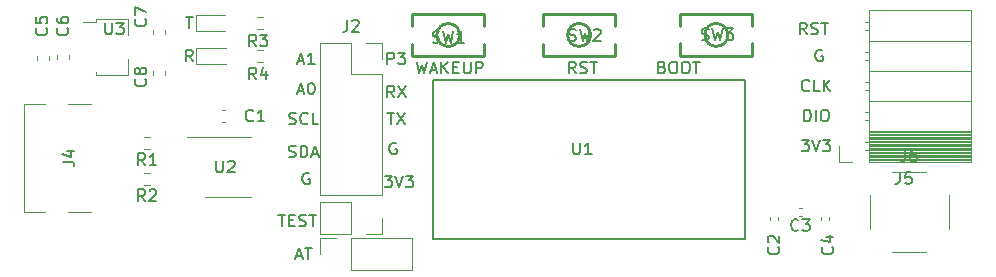
<source format=gbr>
%TF.GenerationSoftware,KiCad,Pcbnew,(5.1.9)-1*%
%TF.CreationDate,2021-02-24T20:28:46+08:00*%
%TF.ProjectId,M-HL10-kit,4d2d484c-3130-42d6-9b69-742e6b696361,rev?*%
%TF.SameCoordinates,Original*%
%TF.FileFunction,Legend,Top*%
%TF.FilePolarity,Positive*%
%FSLAX46Y46*%
G04 Gerber Fmt 4.6, Leading zero omitted, Abs format (unit mm)*
G04 Created by KiCad (PCBNEW (5.1.9)-1) date 2021-02-24 20:28:46*
%MOMM*%
%LPD*%
G01*
G04 APERTURE LIST*
%ADD10C,0.150000*%
%ADD11C,0.120000*%
%ADD12C,0.165000*%
%ADD13C,0.254000*%
G04 APERTURE END LIST*
D10*
X189904857Y-85526571D02*
X190047714Y-85574190D01*
X190095333Y-85621809D01*
X190142952Y-85717047D01*
X190142952Y-85859904D01*
X190095333Y-85955142D01*
X190047714Y-86002761D01*
X189952476Y-86050380D01*
X189571523Y-86050380D01*
X189571523Y-85050380D01*
X189904857Y-85050380D01*
X190000095Y-85098000D01*
X190047714Y-85145619D01*
X190095333Y-85240857D01*
X190095333Y-85336095D01*
X190047714Y-85431333D01*
X190000095Y-85478952D01*
X189904857Y-85526571D01*
X189571523Y-85526571D01*
X190762000Y-85050380D02*
X190952476Y-85050380D01*
X191047714Y-85098000D01*
X191142952Y-85193238D01*
X191190571Y-85383714D01*
X191190571Y-85717047D01*
X191142952Y-85907523D01*
X191047714Y-86002761D01*
X190952476Y-86050380D01*
X190762000Y-86050380D01*
X190666761Y-86002761D01*
X190571523Y-85907523D01*
X190523904Y-85717047D01*
X190523904Y-85383714D01*
X190571523Y-85193238D01*
X190666761Y-85098000D01*
X190762000Y-85050380D01*
X191809619Y-85050380D02*
X192000095Y-85050380D01*
X192095333Y-85098000D01*
X192190571Y-85193238D01*
X192238190Y-85383714D01*
X192238190Y-85717047D01*
X192190571Y-85907523D01*
X192095333Y-86002761D01*
X192000095Y-86050380D01*
X191809619Y-86050380D01*
X191714380Y-86002761D01*
X191619142Y-85907523D01*
X191571523Y-85717047D01*
X191571523Y-85383714D01*
X191619142Y-85193238D01*
X191714380Y-85098000D01*
X191809619Y-85050380D01*
X192523904Y-85050380D02*
X193095333Y-85050380D01*
X192809619Y-86050380D02*
X192809619Y-85050380D01*
X182586380Y-86050380D02*
X182253047Y-85574190D01*
X182014952Y-86050380D02*
X182014952Y-85050380D01*
X182395904Y-85050380D01*
X182491142Y-85098000D01*
X182538761Y-85145619D01*
X182586380Y-85240857D01*
X182586380Y-85383714D01*
X182538761Y-85478952D01*
X182491142Y-85526571D01*
X182395904Y-85574190D01*
X182014952Y-85574190D01*
X182967333Y-86002761D02*
X183110190Y-86050380D01*
X183348285Y-86050380D01*
X183443523Y-86002761D01*
X183491142Y-85955142D01*
X183538761Y-85859904D01*
X183538761Y-85764666D01*
X183491142Y-85669428D01*
X183443523Y-85621809D01*
X183348285Y-85574190D01*
X183157809Y-85526571D01*
X183062571Y-85478952D01*
X183014952Y-85431333D01*
X182967333Y-85336095D01*
X182967333Y-85240857D01*
X183014952Y-85145619D01*
X183062571Y-85098000D01*
X183157809Y-85050380D01*
X183395904Y-85050380D01*
X183538761Y-85098000D01*
X183824476Y-85050380D02*
X184395904Y-85050380D01*
X184110190Y-86050380D02*
X184110190Y-85050380D01*
X169124666Y-85050380D02*
X169362761Y-86050380D01*
X169553238Y-85336095D01*
X169743714Y-86050380D01*
X169981809Y-85050380D01*
X170315142Y-85764666D02*
X170791333Y-85764666D01*
X170219904Y-86050380D02*
X170553238Y-85050380D01*
X170886571Y-86050380D01*
X171219904Y-86050380D02*
X171219904Y-85050380D01*
X171791333Y-86050380D02*
X171362761Y-85478952D01*
X171791333Y-85050380D02*
X171219904Y-85621809D01*
X172219904Y-85526571D02*
X172553238Y-85526571D01*
X172696095Y-86050380D02*
X172219904Y-86050380D01*
X172219904Y-85050380D01*
X172696095Y-85050380D01*
X173124666Y-85050380D02*
X173124666Y-85859904D01*
X173172285Y-85955142D01*
X173219904Y-86002761D01*
X173315142Y-86050380D01*
X173505619Y-86050380D01*
X173600857Y-86002761D01*
X173648476Y-85955142D01*
X173696095Y-85859904D01*
X173696095Y-85050380D01*
X174172285Y-86050380D02*
X174172285Y-85050380D01*
X174553238Y-85050380D01*
X174648476Y-85098000D01*
X174696095Y-85145619D01*
X174743714Y-85240857D01*
X174743714Y-85383714D01*
X174696095Y-85478952D01*
X174648476Y-85526571D01*
X174553238Y-85574190D01*
X174172285Y-85574190D01*
X201707904Y-91654380D02*
X202326952Y-91654380D01*
X201993619Y-92035333D01*
X202136476Y-92035333D01*
X202231714Y-92082952D01*
X202279333Y-92130571D01*
X202326952Y-92225809D01*
X202326952Y-92463904D01*
X202279333Y-92559142D01*
X202231714Y-92606761D01*
X202136476Y-92654380D01*
X201850761Y-92654380D01*
X201755523Y-92606761D01*
X201707904Y-92559142D01*
X202612666Y-91654380D02*
X202946000Y-92654380D01*
X203279333Y-91654380D01*
X203517428Y-91654380D02*
X204136476Y-91654380D01*
X203803142Y-92035333D01*
X203946000Y-92035333D01*
X204041238Y-92082952D01*
X204088857Y-92130571D01*
X204136476Y-92225809D01*
X204136476Y-92463904D01*
X204088857Y-92559142D01*
X204041238Y-92606761D01*
X203946000Y-92654380D01*
X203660285Y-92654380D01*
X203565047Y-92606761D01*
X203517428Y-92559142D01*
X201922190Y-90114380D02*
X201922190Y-89114380D01*
X202160285Y-89114380D01*
X202303142Y-89162000D01*
X202398380Y-89257238D01*
X202446000Y-89352476D01*
X202493619Y-89542952D01*
X202493619Y-89685809D01*
X202446000Y-89876285D01*
X202398380Y-89971523D01*
X202303142Y-90066761D01*
X202160285Y-90114380D01*
X201922190Y-90114380D01*
X202922190Y-90114380D02*
X202922190Y-89114380D01*
X203588857Y-89114380D02*
X203779333Y-89114380D01*
X203874571Y-89162000D01*
X203969809Y-89257238D01*
X204017428Y-89447714D01*
X204017428Y-89781047D01*
X203969809Y-89971523D01*
X203874571Y-90066761D01*
X203779333Y-90114380D01*
X203588857Y-90114380D01*
X203493619Y-90066761D01*
X203398380Y-89971523D01*
X203350761Y-89781047D01*
X203350761Y-89447714D01*
X203398380Y-89257238D01*
X203493619Y-89162000D01*
X203588857Y-89114380D01*
X202350761Y-87479142D02*
X202303142Y-87526761D01*
X202160285Y-87574380D01*
X202065047Y-87574380D01*
X201922190Y-87526761D01*
X201826952Y-87431523D01*
X201779333Y-87336285D01*
X201731714Y-87145809D01*
X201731714Y-87002952D01*
X201779333Y-86812476D01*
X201826952Y-86717238D01*
X201922190Y-86622000D01*
X202065047Y-86574380D01*
X202160285Y-86574380D01*
X202303142Y-86622000D01*
X202350761Y-86669619D01*
X203255523Y-87574380D02*
X202779333Y-87574380D01*
X202779333Y-86574380D01*
X203588857Y-87574380D02*
X203588857Y-86574380D01*
X204160285Y-87574380D02*
X203731714Y-87002952D01*
X204160285Y-86574380D02*
X203588857Y-87145809D01*
X203461904Y-84082000D02*
X203366666Y-84034380D01*
X203223809Y-84034380D01*
X203080952Y-84082000D01*
X202985714Y-84177238D01*
X202938095Y-84272476D01*
X202890476Y-84462952D01*
X202890476Y-84605809D01*
X202938095Y-84796285D01*
X202985714Y-84891523D01*
X203080952Y-84986761D01*
X203223809Y-85034380D01*
X203319047Y-85034380D01*
X203461904Y-84986761D01*
X203509523Y-84939142D01*
X203509523Y-84605809D01*
X203319047Y-84605809D01*
X202144380Y-82748380D02*
X201811047Y-82272190D01*
X201572952Y-82748380D02*
X201572952Y-81748380D01*
X201953904Y-81748380D01*
X202049142Y-81796000D01*
X202096761Y-81843619D01*
X202144380Y-81938857D01*
X202144380Y-82081714D01*
X202096761Y-82176952D01*
X202049142Y-82224571D01*
X201953904Y-82272190D01*
X201572952Y-82272190D01*
X202525333Y-82700761D02*
X202668190Y-82748380D01*
X202906285Y-82748380D01*
X203001523Y-82700761D01*
X203049142Y-82653142D01*
X203096761Y-82557904D01*
X203096761Y-82462666D01*
X203049142Y-82367428D01*
X203001523Y-82319809D01*
X202906285Y-82272190D01*
X202715809Y-82224571D01*
X202620571Y-82176952D01*
X202572952Y-82129333D01*
X202525333Y-82034095D01*
X202525333Y-81938857D01*
X202572952Y-81843619D01*
X202620571Y-81796000D01*
X202715809Y-81748380D01*
X202953904Y-81748380D01*
X203096761Y-81796000D01*
X203382476Y-81748380D02*
X203953904Y-81748380D01*
X203668190Y-82748380D02*
X203668190Y-81748380D01*
X166647904Y-85288380D02*
X166647904Y-84288380D01*
X167028857Y-84288380D01*
X167124095Y-84336000D01*
X167171714Y-84383619D01*
X167219333Y-84478857D01*
X167219333Y-84621714D01*
X167171714Y-84716952D01*
X167124095Y-84764571D01*
X167028857Y-84812190D01*
X166647904Y-84812190D01*
X167552666Y-84288380D02*
X168171714Y-84288380D01*
X167838380Y-84669333D01*
X167981238Y-84669333D01*
X168076476Y-84716952D01*
X168124095Y-84764571D01*
X168171714Y-84859809D01*
X168171714Y-85097904D01*
X168124095Y-85193142D01*
X168076476Y-85240761D01*
X167981238Y-85288380D01*
X167695523Y-85288380D01*
X167600285Y-85240761D01*
X167552666Y-85193142D01*
X167219333Y-88082380D02*
X166886000Y-87606190D01*
X166647904Y-88082380D02*
X166647904Y-87082380D01*
X167028857Y-87082380D01*
X167124095Y-87130000D01*
X167171714Y-87177619D01*
X167219333Y-87272857D01*
X167219333Y-87415714D01*
X167171714Y-87510952D01*
X167124095Y-87558571D01*
X167028857Y-87606190D01*
X166647904Y-87606190D01*
X167552666Y-87082380D02*
X168219333Y-88082380D01*
X168219333Y-87082380D02*
X167552666Y-88082380D01*
X166624095Y-89368380D02*
X167195523Y-89368380D01*
X166909809Y-90368380D02*
X166909809Y-89368380D01*
X167433619Y-89368380D02*
X168100285Y-90368380D01*
X168100285Y-89368380D02*
X167433619Y-90368380D01*
X167393904Y-91956000D02*
X167298666Y-91908380D01*
X167155809Y-91908380D01*
X167012952Y-91956000D01*
X166917714Y-92051238D01*
X166870095Y-92146476D01*
X166822476Y-92336952D01*
X166822476Y-92479809D01*
X166870095Y-92670285D01*
X166917714Y-92765523D01*
X167012952Y-92860761D01*
X167155809Y-92908380D01*
X167251047Y-92908380D01*
X167393904Y-92860761D01*
X167441523Y-92813142D01*
X167441523Y-92479809D01*
X167251047Y-92479809D01*
X166401904Y-94702380D02*
X167020952Y-94702380D01*
X166687619Y-95083333D01*
X166830476Y-95083333D01*
X166925714Y-95130952D01*
X166973333Y-95178571D01*
X167020952Y-95273809D01*
X167020952Y-95511904D01*
X166973333Y-95607142D01*
X166925714Y-95654761D01*
X166830476Y-95702380D01*
X166544761Y-95702380D01*
X166449523Y-95654761D01*
X166401904Y-95607142D01*
X167306666Y-94702380D02*
X167640000Y-95702380D01*
X167973333Y-94702380D01*
X168211428Y-94702380D02*
X168830476Y-94702380D01*
X168497142Y-95083333D01*
X168640000Y-95083333D01*
X168735238Y-95130952D01*
X168782857Y-95178571D01*
X168830476Y-95273809D01*
X168830476Y-95511904D01*
X168782857Y-95607142D01*
X168735238Y-95654761D01*
X168640000Y-95702380D01*
X168354285Y-95702380D01*
X168259047Y-95654761D01*
X168211428Y-95607142D01*
X160027904Y-94496000D02*
X159932666Y-94448380D01*
X159789809Y-94448380D01*
X159646952Y-94496000D01*
X159551714Y-94591238D01*
X159504095Y-94686476D01*
X159456476Y-94876952D01*
X159456476Y-95019809D01*
X159504095Y-95210285D01*
X159551714Y-95305523D01*
X159646952Y-95400761D01*
X159789809Y-95448380D01*
X159885047Y-95448380D01*
X160027904Y-95400761D01*
X160075523Y-95353142D01*
X160075523Y-95019809D01*
X159885047Y-95019809D01*
X158297714Y-93114761D02*
X158440571Y-93162380D01*
X158678666Y-93162380D01*
X158773904Y-93114761D01*
X158821523Y-93067142D01*
X158869142Y-92971904D01*
X158869142Y-92876666D01*
X158821523Y-92781428D01*
X158773904Y-92733809D01*
X158678666Y-92686190D01*
X158488190Y-92638571D01*
X158392952Y-92590952D01*
X158345333Y-92543333D01*
X158297714Y-92448095D01*
X158297714Y-92352857D01*
X158345333Y-92257619D01*
X158392952Y-92210000D01*
X158488190Y-92162380D01*
X158726285Y-92162380D01*
X158869142Y-92210000D01*
X159297714Y-93162380D02*
X159297714Y-92162380D01*
X159535809Y-92162380D01*
X159678666Y-92210000D01*
X159773904Y-92305238D01*
X159821523Y-92400476D01*
X159869142Y-92590952D01*
X159869142Y-92733809D01*
X159821523Y-92924285D01*
X159773904Y-93019523D01*
X159678666Y-93114761D01*
X159535809Y-93162380D01*
X159297714Y-93162380D01*
X160250095Y-92876666D02*
X160726285Y-92876666D01*
X160154857Y-93162380D02*
X160488190Y-92162380D01*
X160821523Y-93162380D01*
X158321523Y-90320761D02*
X158464380Y-90368380D01*
X158702476Y-90368380D01*
X158797714Y-90320761D01*
X158845333Y-90273142D01*
X158892952Y-90177904D01*
X158892952Y-90082666D01*
X158845333Y-89987428D01*
X158797714Y-89939809D01*
X158702476Y-89892190D01*
X158512000Y-89844571D01*
X158416761Y-89796952D01*
X158369142Y-89749333D01*
X158321523Y-89654095D01*
X158321523Y-89558857D01*
X158369142Y-89463619D01*
X158416761Y-89416000D01*
X158512000Y-89368380D01*
X158750095Y-89368380D01*
X158892952Y-89416000D01*
X159892952Y-90273142D02*
X159845333Y-90320761D01*
X159702476Y-90368380D01*
X159607238Y-90368380D01*
X159464380Y-90320761D01*
X159369142Y-90225523D01*
X159321523Y-90130285D01*
X159273904Y-89939809D01*
X159273904Y-89796952D01*
X159321523Y-89606476D01*
X159369142Y-89511238D01*
X159464380Y-89416000D01*
X159607238Y-89368380D01*
X159702476Y-89368380D01*
X159845333Y-89416000D01*
X159892952Y-89463619D01*
X160797714Y-90368380D02*
X160321523Y-90368380D01*
X160321523Y-89368380D01*
X159051714Y-87542666D02*
X159527904Y-87542666D01*
X158956476Y-87828380D02*
X159289809Y-86828380D01*
X159623142Y-87828380D01*
X160146952Y-86828380D02*
X160242190Y-86828380D01*
X160337428Y-86876000D01*
X160385047Y-86923619D01*
X160432666Y-87018857D01*
X160480285Y-87209333D01*
X160480285Y-87447428D01*
X160432666Y-87637904D01*
X160385047Y-87733142D01*
X160337428Y-87780761D01*
X160242190Y-87828380D01*
X160146952Y-87828380D01*
X160051714Y-87780761D01*
X160004095Y-87733142D01*
X159956476Y-87637904D01*
X159908857Y-87447428D01*
X159908857Y-87209333D01*
X159956476Y-87018857D01*
X160004095Y-86923619D01*
X160051714Y-86876000D01*
X160146952Y-86828380D01*
X159051714Y-85002666D02*
X159527904Y-85002666D01*
X158956476Y-85288380D02*
X159289809Y-84288380D01*
X159623142Y-85288380D01*
X160480285Y-85288380D02*
X159908857Y-85288380D01*
X160194571Y-85288380D02*
X160194571Y-84288380D01*
X160099333Y-84431238D01*
X160004095Y-84526476D01*
X159908857Y-84574095D01*
D11*
%TO.C,J5*%
X205994000Y-93532000D02*
X204884000Y-93532000D01*
X204884000Y-93532000D02*
X204884000Y-92202000D01*
X216084000Y-93532000D02*
X216084000Y-80712000D01*
X216084000Y-80712000D02*
X207454000Y-80712000D01*
X207454000Y-93532000D02*
X207454000Y-80712000D01*
X216084000Y-93532000D02*
X207454000Y-93532000D01*
X216084000Y-83312000D02*
X207454000Y-83312000D01*
X216084000Y-85852000D02*
X207454000Y-85852000D01*
X216084000Y-88392000D02*
X207454000Y-88392000D01*
X216084000Y-90932000D02*
X207454000Y-90932000D01*
X207454000Y-81682000D02*
X207044000Y-81682000D01*
X207454000Y-82402000D02*
X207044000Y-82402000D01*
X207454000Y-84222000D02*
X207044000Y-84222000D01*
X207454000Y-84942000D02*
X207044000Y-84942000D01*
X207454000Y-86762000D02*
X207044000Y-86762000D01*
X207454000Y-87482000D02*
X207044000Y-87482000D01*
X207454000Y-89302000D02*
X207044000Y-89302000D01*
X207454000Y-90022000D02*
X207044000Y-90022000D01*
X207454000Y-91842000D02*
X207104000Y-91842000D01*
X207454000Y-92562000D02*
X207104000Y-92562000D01*
X216084000Y-91050100D02*
X207454000Y-91050100D01*
X216084000Y-91168195D02*
X207454000Y-91168195D01*
X216084000Y-91286290D02*
X207454000Y-91286290D01*
X216084000Y-91404385D02*
X207454000Y-91404385D01*
X216084000Y-91522480D02*
X207454000Y-91522480D01*
X216084000Y-91640575D02*
X207454000Y-91640575D01*
X216084000Y-91758670D02*
X207454000Y-91758670D01*
X216084000Y-91876765D02*
X207454000Y-91876765D01*
X216084000Y-91994860D02*
X207454000Y-91994860D01*
X216084000Y-92112955D02*
X207454000Y-92112955D01*
X216084000Y-92231050D02*
X207454000Y-92231050D01*
X216084000Y-92349145D02*
X207454000Y-92349145D01*
X216084000Y-92467240D02*
X207454000Y-92467240D01*
X216084000Y-92585335D02*
X207454000Y-92585335D01*
X216084000Y-92703430D02*
X207454000Y-92703430D01*
X216084000Y-92821525D02*
X207454000Y-92821525D01*
X216084000Y-92939620D02*
X207454000Y-92939620D01*
X216084000Y-93057715D02*
X207454000Y-93057715D01*
X216084000Y-93175810D02*
X207454000Y-93175810D01*
X216084000Y-93293905D02*
X207454000Y-93293905D01*
X216084000Y-93412000D02*
X207454000Y-93412000D01*
%TO.C,U3*%
X144700000Y-84870000D02*
X144700000Y-86180000D01*
X144700000Y-86180000D02*
X141980000Y-86180000D01*
X140840000Y-81690000D02*
X141980000Y-81690000D01*
X144700000Y-81460000D02*
X144700000Y-82770000D01*
X141980000Y-81460000D02*
X144700000Y-81460000D01*
X141980000Y-81460000D02*
X141980000Y-81690000D01*
X141980000Y-86180000D02*
X141980000Y-85950000D01*
%TO.C,U2*%
X153162000Y-96540000D02*
X155112000Y-96540000D01*
X153162000Y-96540000D02*
X151212000Y-96540000D01*
X153162000Y-91420000D02*
X155112000Y-91420000D01*
X153162000Y-91420000D02*
X149712000Y-91420000D01*
D12*
%TO.C,U1*%
X170488000Y-100060000D02*
X196904000Y-100060000D01*
X196904000Y-100060000D02*
X196904000Y-86630000D01*
X170488000Y-86630000D02*
X196904000Y-86630000D01*
X170488000Y-100060000D02*
X170488000Y-86630000D01*
D11*
%TO.C,R4*%
X156106724Y-85104500D02*
X155597276Y-85104500D01*
X156106724Y-84059500D02*
X155597276Y-84059500D01*
%TO.C,R3*%
X156106724Y-82310500D02*
X155597276Y-82310500D01*
X156106724Y-81265500D02*
X155597276Y-81265500D01*
%TO.C,R2*%
X146558724Y-95518500D02*
X146049276Y-95518500D01*
X146558724Y-94473500D02*
X146049276Y-94473500D01*
%TO.C,R1*%
X146558724Y-92470500D02*
X146049276Y-92470500D01*
X146558724Y-91425500D02*
X146049276Y-91425500D01*
%TO.C,J4*%
X141550000Y-88638000D02*
X139630000Y-88638000D01*
X139630000Y-97798000D02*
X141550000Y-97798000D01*
X137620000Y-97798000D02*
X135915000Y-97798000D01*
X135915000Y-88638000D02*
X137620000Y-88638000D01*
X135915000Y-97798000D02*
X135915000Y-88638000D01*
%TO.C,TEST*%
X163576000Y-96968000D02*
X163576000Y-99628000D01*
X163576000Y-96968000D02*
X160976000Y-96968000D01*
X160976000Y-96968000D02*
X160976000Y-99628000D01*
X163576000Y-99628000D02*
X160976000Y-99628000D01*
X166176000Y-99628000D02*
X164846000Y-99628000D01*
X166176000Y-98298000D02*
X166176000Y-99628000D01*
%TO.C,R*%
X152946000Y-83897000D02*
X150461000Y-83897000D01*
X150461000Y-83897000D02*
X150461000Y-85267000D01*
X150461000Y-85267000D02*
X152946000Y-85267000D01*
%TO.C,T*%
X152896000Y-81103000D02*
X150411000Y-81103000D01*
X150411000Y-81103000D02*
X150411000Y-82473000D01*
X150411000Y-82473000D02*
X152896000Y-82473000D01*
%TO.C,C8*%
X147830000Y-85859233D02*
X147830000Y-86151767D01*
X146810000Y-85859233D02*
X146810000Y-86151767D01*
%TO.C,C6*%
X138682000Y-84828767D02*
X138682000Y-84536233D01*
X139702000Y-84828767D02*
X139702000Y-84536233D01*
%TO.C,C4*%
X203348000Y-98473335D02*
X203348000Y-98241665D01*
X204068000Y-98473335D02*
X204068000Y-98241665D01*
%TO.C,C3*%
X201731835Y-98150000D02*
X201500165Y-98150000D01*
X201731835Y-97430000D02*
X201500165Y-97430000D01*
%TO.C,C2*%
X199030000Y-98473335D02*
X199030000Y-98241665D01*
X199750000Y-98473335D02*
X199750000Y-98241665D01*
%TO.C,C1*%
X152900267Y-90172000D02*
X152607733Y-90172000D01*
X152900267Y-89152000D02*
X152607733Y-89152000D01*
%TO.C,J2*%
X160976000Y-83506000D02*
X163576000Y-83506000D01*
X160976000Y-83506000D02*
X160976000Y-96326000D01*
X160976000Y-96326000D02*
X166176000Y-96326000D01*
X166176000Y-86106000D02*
X166176000Y-96326000D01*
X163576000Y-86106000D02*
X166176000Y-86106000D01*
X163576000Y-83506000D02*
X163576000Y-86106000D01*
X166176000Y-83506000D02*
X166176000Y-84836000D01*
X164846000Y-83506000D02*
X166176000Y-83506000D01*
%TO.C,AT*%
X160976000Y-101346000D02*
X160976000Y-100016000D01*
X160976000Y-100016000D02*
X162306000Y-100016000D01*
X163576000Y-100016000D02*
X168716000Y-100016000D01*
X168716000Y-102676000D02*
X168716000Y-100016000D01*
X163576000Y-102676000D02*
X168716000Y-102676000D01*
X163576000Y-102676000D02*
X163576000Y-100016000D01*
D13*
%TO.C,SW3*%
X195467232Y-82800000D02*
G75*
G03*
X195467232Y-82800000I-967232J0D01*
G01*
X191452000Y-81000004D02*
X191452000Y-82074855D01*
X194500000Y-81000004D02*
X191452000Y-81000004D01*
X197548000Y-84599996D02*
X197548000Y-83525145D01*
X194500000Y-84599996D02*
X197548000Y-84599996D01*
X191452000Y-84599996D02*
X191452000Y-83525145D01*
X194500000Y-84599996D02*
X191452000Y-84599996D01*
X197548000Y-81000004D02*
X197548000Y-82074855D01*
X194500000Y-81000004D02*
X197548000Y-81000004D01*
%TO.C,SW2*%
X183847232Y-82804000D02*
G75*
G03*
X183847232Y-82804000I-967232J0D01*
G01*
X179832000Y-81004004D02*
X179832000Y-82078855D01*
X182880000Y-81004004D02*
X179832000Y-81004004D01*
X185928000Y-84603996D02*
X185928000Y-83529145D01*
X182880000Y-84603996D02*
X185928000Y-84603996D01*
X179832000Y-84603996D02*
X179832000Y-83529145D01*
X182880000Y-84603996D02*
X179832000Y-84603996D01*
X185928000Y-81004004D02*
X185928000Y-82078855D01*
X182880000Y-81004004D02*
X185928000Y-81004004D01*
%TO.C,SW1*%
X172767232Y-82804000D02*
G75*
G03*
X172767232Y-82804000I-967232J0D01*
G01*
X168752000Y-81004004D02*
X168752000Y-82078855D01*
X171800000Y-81004004D02*
X168752000Y-81004004D01*
X174848000Y-84603996D02*
X174848000Y-83529145D01*
X171800000Y-84603996D02*
X174848000Y-84603996D01*
X168752000Y-84603996D02*
X168752000Y-83529145D01*
X171800000Y-84603996D02*
X168752000Y-84603996D01*
X174848000Y-81004004D02*
X174848000Y-82078855D01*
X171800000Y-81004004D02*
X174848000Y-81004004D01*
D11*
%TO.C,J6*%
X209370000Y-94435000D02*
X212270000Y-94435000D01*
X209370000Y-101145000D02*
X212270000Y-101145000D01*
X214175000Y-96340000D02*
X214175000Y-99240000D01*
X207465000Y-96340000D02*
X207465000Y-99240000D01*
%TO.C,C7*%
X147810000Y-82683767D02*
X147810000Y-82391233D01*
X146790000Y-82683767D02*
X146790000Y-82391233D01*
%TO.C,C5*%
X138010000Y-84883767D02*
X138010000Y-84591233D01*
X136990000Y-84883767D02*
X136990000Y-84591233D01*
%TO.C,J5*%
D10*
X210040666Y-94424380D02*
X210040666Y-95138666D01*
X209993047Y-95281523D01*
X209897809Y-95376761D01*
X209754952Y-95424380D01*
X209659714Y-95424380D01*
X210993047Y-94424380D02*
X210516857Y-94424380D01*
X210469238Y-94900571D01*
X210516857Y-94852952D01*
X210612095Y-94805333D01*
X210850190Y-94805333D01*
X210945428Y-94852952D01*
X210993047Y-94900571D01*
X211040666Y-94995809D01*
X211040666Y-95233904D01*
X210993047Y-95329142D01*
X210945428Y-95376761D01*
X210850190Y-95424380D01*
X210612095Y-95424380D01*
X210516857Y-95376761D01*
X210469238Y-95329142D01*
%TO.C,U3*%
X142747595Y-81748380D02*
X142747595Y-82557904D01*
X142795214Y-82653142D01*
X142842833Y-82700761D01*
X142938071Y-82748380D01*
X143128547Y-82748380D01*
X143223785Y-82700761D01*
X143271404Y-82653142D01*
X143319023Y-82557904D01*
X143319023Y-81748380D01*
X143699976Y-81748380D02*
X144319023Y-81748380D01*
X143985690Y-82129333D01*
X144128547Y-82129333D01*
X144223785Y-82176952D01*
X144271404Y-82224571D01*
X144319023Y-82319809D01*
X144319023Y-82557904D01*
X144271404Y-82653142D01*
X144223785Y-82700761D01*
X144128547Y-82748380D01*
X143842833Y-82748380D01*
X143747595Y-82700761D01*
X143699976Y-82653142D01*
%TO.C,U2*%
X152146095Y-93432380D02*
X152146095Y-94241904D01*
X152193714Y-94337142D01*
X152241333Y-94384761D01*
X152336571Y-94432380D01*
X152527047Y-94432380D01*
X152622285Y-94384761D01*
X152669904Y-94337142D01*
X152717523Y-94241904D01*
X152717523Y-93432380D01*
X153146095Y-93527619D02*
X153193714Y-93480000D01*
X153288952Y-93432380D01*
X153527047Y-93432380D01*
X153622285Y-93480000D01*
X153669904Y-93527619D01*
X153717523Y-93622857D01*
X153717523Y-93718095D01*
X153669904Y-93860952D01*
X153098476Y-94432380D01*
X153717523Y-94432380D01*
%TO.C,U1*%
X182372095Y-91908380D02*
X182372095Y-92717904D01*
X182419714Y-92813142D01*
X182467333Y-92860761D01*
X182562571Y-92908380D01*
X182753047Y-92908380D01*
X182848285Y-92860761D01*
X182895904Y-92813142D01*
X182943523Y-92717904D01*
X182943523Y-91908380D01*
X183943523Y-92908380D02*
X183372095Y-92908380D01*
X183657809Y-92908380D02*
X183657809Y-91908380D01*
X183562571Y-92051238D01*
X183467333Y-92146476D01*
X183372095Y-92194095D01*
%TO.C,R4*%
X155535333Y-86558380D02*
X155202000Y-86082190D01*
X154963904Y-86558380D02*
X154963904Y-85558380D01*
X155344857Y-85558380D01*
X155440095Y-85606000D01*
X155487714Y-85653619D01*
X155535333Y-85748857D01*
X155535333Y-85891714D01*
X155487714Y-85986952D01*
X155440095Y-86034571D01*
X155344857Y-86082190D01*
X154963904Y-86082190D01*
X156392476Y-85891714D02*
X156392476Y-86558380D01*
X156154380Y-85510761D02*
X155916285Y-86225047D01*
X156535333Y-86225047D01*
%TO.C,R3*%
X155535333Y-83764380D02*
X155202000Y-83288190D01*
X154963904Y-83764380D02*
X154963904Y-82764380D01*
X155344857Y-82764380D01*
X155440095Y-82812000D01*
X155487714Y-82859619D01*
X155535333Y-82954857D01*
X155535333Y-83097714D01*
X155487714Y-83192952D01*
X155440095Y-83240571D01*
X155344857Y-83288190D01*
X154963904Y-83288190D01*
X155868666Y-82764380D02*
X156487714Y-82764380D01*
X156154380Y-83145333D01*
X156297238Y-83145333D01*
X156392476Y-83192952D01*
X156440095Y-83240571D01*
X156487714Y-83335809D01*
X156487714Y-83573904D01*
X156440095Y-83669142D01*
X156392476Y-83716761D01*
X156297238Y-83764380D01*
X156011523Y-83764380D01*
X155916285Y-83716761D01*
X155868666Y-83669142D01*
%TO.C,R2*%
X146137333Y-96878380D02*
X145804000Y-96402190D01*
X145565904Y-96878380D02*
X145565904Y-95878380D01*
X145946857Y-95878380D01*
X146042095Y-95926000D01*
X146089714Y-95973619D01*
X146137333Y-96068857D01*
X146137333Y-96211714D01*
X146089714Y-96306952D01*
X146042095Y-96354571D01*
X145946857Y-96402190D01*
X145565904Y-96402190D01*
X146518285Y-95973619D02*
X146565904Y-95926000D01*
X146661142Y-95878380D01*
X146899238Y-95878380D01*
X146994476Y-95926000D01*
X147042095Y-95973619D01*
X147089714Y-96068857D01*
X147089714Y-96164095D01*
X147042095Y-96306952D01*
X146470666Y-96878380D01*
X147089714Y-96878380D01*
%TO.C,R1*%
X146137333Y-93830380D02*
X145804000Y-93354190D01*
X145565904Y-93830380D02*
X145565904Y-92830380D01*
X145946857Y-92830380D01*
X146042095Y-92878000D01*
X146089714Y-92925619D01*
X146137333Y-93020857D01*
X146137333Y-93163714D01*
X146089714Y-93258952D01*
X146042095Y-93306571D01*
X145946857Y-93354190D01*
X145565904Y-93354190D01*
X147089714Y-93830380D02*
X146518285Y-93830380D01*
X146804000Y-93830380D02*
X146804000Y-92830380D01*
X146708761Y-92973238D01*
X146613523Y-93068476D01*
X146518285Y-93116095D01*
%TO.C,J4*%
X139152380Y-93551333D02*
X139866666Y-93551333D01*
X140009523Y-93598952D01*
X140104761Y-93694190D01*
X140152380Y-93837047D01*
X140152380Y-93932285D01*
X139485714Y-92646571D02*
X140152380Y-92646571D01*
X139104761Y-92884666D02*
X139819047Y-93122761D01*
X139819047Y-92503714D01*
%TO.C,TEST*%
X157408761Y-98004380D02*
X157980190Y-98004380D01*
X157694476Y-99004380D02*
X157694476Y-98004380D01*
X158313523Y-98480571D02*
X158646857Y-98480571D01*
X158789714Y-99004380D02*
X158313523Y-99004380D01*
X158313523Y-98004380D01*
X158789714Y-98004380D01*
X159170666Y-98956761D02*
X159313523Y-99004380D01*
X159551619Y-99004380D01*
X159646857Y-98956761D01*
X159694476Y-98909142D01*
X159742095Y-98813904D01*
X159742095Y-98718666D01*
X159694476Y-98623428D01*
X159646857Y-98575809D01*
X159551619Y-98528190D01*
X159361142Y-98480571D01*
X159265904Y-98432952D01*
X159218285Y-98385333D01*
X159170666Y-98290095D01*
X159170666Y-98194857D01*
X159218285Y-98099619D01*
X159265904Y-98052000D01*
X159361142Y-98004380D01*
X159599238Y-98004380D01*
X159742095Y-98052000D01*
X160027809Y-98004380D02*
X160599238Y-98004380D01*
X160313523Y-99004380D02*
X160313523Y-98004380D01*
%TO.C,R*%
X150169523Y-85034380D02*
X149836190Y-84558190D01*
X149598095Y-85034380D02*
X149598095Y-84034380D01*
X149979047Y-84034380D01*
X150074285Y-84082000D01*
X150121904Y-84129619D01*
X150169523Y-84224857D01*
X150169523Y-84367714D01*
X150121904Y-84462952D01*
X150074285Y-84510571D01*
X149979047Y-84558190D01*
X149598095Y-84558190D01*
%TO.C,T*%
X149574785Y-81240380D02*
X150146214Y-81240380D01*
X149860500Y-82240380D02*
X149860500Y-81240380D01*
%TO.C,C8*%
X146153142Y-86526666D02*
X146200761Y-86574285D01*
X146248380Y-86717142D01*
X146248380Y-86812380D01*
X146200761Y-86955238D01*
X146105523Y-87050476D01*
X146010285Y-87098095D01*
X145819809Y-87145714D01*
X145676952Y-87145714D01*
X145486476Y-87098095D01*
X145391238Y-87050476D01*
X145296000Y-86955238D01*
X145248380Y-86812380D01*
X145248380Y-86717142D01*
X145296000Y-86574285D01*
X145343619Y-86526666D01*
X145676952Y-85955238D02*
X145629333Y-86050476D01*
X145581714Y-86098095D01*
X145486476Y-86145714D01*
X145438857Y-86145714D01*
X145343619Y-86098095D01*
X145296000Y-86050476D01*
X145248380Y-85955238D01*
X145248380Y-85764761D01*
X145296000Y-85669523D01*
X145343619Y-85621904D01*
X145438857Y-85574285D01*
X145486476Y-85574285D01*
X145581714Y-85621904D01*
X145629333Y-85669523D01*
X145676952Y-85764761D01*
X145676952Y-85955238D01*
X145724571Y-86050476D01*
X145772190Y-86098095D01*
X145867428Y-86145714D01*
X146057904Y-86145714D01*
X146153142Y-86098095D01*
X146200761Y-86050476D01*
X146248380Y-85955238D01*
X146248380Y-85764761D01*
X146200761Y-85669523D01*
X146153142Y-85621904D01*
X146057904Y-85574285D01*
X145867428Y-85574285D01*
X145772190Y-85621904D01*
X145724571Y-85669523D01*
X145676952Y-85764761D01*
%TO.C,C6*%
X139549142Y-82208666D02*
X139596761Y-82256285D01*
X139644380Y-82399142D01*
X139644380Y-82494380D01*
X139596761Y-82637238D01*
X139501523Y-82732476D01*
X139406285Y-82780095D01*
X139215809Y-82827714D01*
X139072952Y-82827714D01*
X138882476Y-82780095D01*
X138787238Y-82732476D01*
X138692000Y-82637238D01*
X138644380Y-82494380D01*
X138644380Y-82399142D01*
X138692000Y-82256285D01*
X138739619Y-82208666D01*
X138644380Y-81351523D02*
X138644380Y-81542000D01*
X138692000Y-81637238D01*
X138739619Y-81684857D01*
X138882476Y-81780095D01*
X139072952Y-81827714D01*
X139453904Y-81827714D01*
X139549142Y-81780095D01*
X139596761Y-81732476D01*
X139644380Y-81637238D01*
X139644380Y-81446761D01*
X139596761Y-81351523D01*
X139549142Y-81303904D01*
X139453904Y-81256285D01*
X139215809Y-81256285D01*
X139120571Y-81303904D01*
X139072952Y-81351523D01*
X139025333Y-81446761D01*
X139025333Y-81637238D01*
X139072952Y-81732476D01*
X139120571Y-81780095D01*
X139215809Y-81827714D01*
%TO.C,C4*%
X204319142Y-100750666D02*
X204366761Y-100798285D01*
X204414380Y-100941142D01*
X204414380Y-101036380D01*
X204366761Y-101179238D01*
X204271523Y-101274476D01*
X204176285Y-101322095D01*
X203985809Y-101369714D01*
X203842952Y-101369714D01*
X203652476Y-101322095D01*
X203557238Y-101274476D01*
X203462000Y-101179238D01*
X203414380Y-101036380D01*
X203414380Y-100941142D01*
X203462000Y-100798285D01*
X203509619Y-100750666D01*
X203747714Y-99893523D02*
X204414380Y-99893523D01*
X203366761Y-100131619D02*
X204081047Y-100369714D01*
X204081047Y-99750666D01*
%TO.C,C3*%
X201449333Y-99307142D02*
X201401714Y-99354761D01*
X201258857Y-99402380D01*
X201163619Y-99402380D01*
X201020761Y-99354761D01*
X200925523Y-99259523D01*
X200877904Y-99164285D01*
X200830285Y-98973809D01*
X200830285Y-98830952D01*
X200877904Y-98640476D01*
X200925523Y-98545238D01*
X201020761Y-98450000D01*
X201163619Y-98402380D01*
X201258857Y-98402380D01*
X201401714Y-98450000D01*
X201449333Y-98497619D01*
X201782666Y-98402380D02*
X202401714Y-98402380D01*
X202068380Y-98783333D01*
X202211238Y-98783333D01*
X202306476Y-98830952D01*
X202354095Y-98878571D01*
X202401714Y-98973809D01*
X202401714Y-99211904D01*
X202354095Y-99307142D01*
X202306476Y-99354761D01*
X202211238Y-99402380D01*
X201925523Y-99402380D01*
X201830285Y-99354761D01*
X201782666Y-99307142D01*
%TO.C,C2*%
X199747142Y-100750666D02*
X199794761Y-100798285D01*
X199842380Y-100941142D01*
X199842380Y-101036380D01*
X199794761Y-101179238D01*
X199699523Y-101274476D01*
X199604285Y-101322095D01*
X199413809Y-101369714D01*
X199270952Y-101369714D01*
X199080476Y-101322095D01*
X198985238Y-101274476D01*
X198890000Y-101179238D01*
X198842380Y-101036380D01*
X198842380Y-100941142D01*
X198890000Y-100798285D01*
X198937619Y-100750666D01*
X198937619Y-100369714D02*
X198890000Y-100322095D01*
X198842380Y-100226857D01*
X198842380Y-99988761D01*
X198890000Y-99893523D01*
X198937619Y-99845904D01*
X199032857Y-99798285D01*
X199128095Y-99798285D01*
X199270952Y-99845904D01*
X199842380Y-100417333D01*
X199842380Y-99798285D01*
%TO.C,C1*%
X155280833Y-90019142D02*
X155233214Y-90066761D01*
X155090357Y-90114380D01*
X154995119Y-90114380D01*
X154852261Y-90066761D01*
X154757023Y-89971523D01*
X154709404Y-89876285D01*
X154661785Y-89685809D01*
X154661785Y-89542952D01*
X154709404Y-89352476D01*
X154757023Y-89257238D01*
X154852261Y-89162000D01*
X154995119Y-89114380D01*
X155090357Y-89114380D01*
X155233214Y-89162000D01*
X155280833Y-89209619D01*
X156233214Y-90114380D02*
X155661785Y-90114380D01*
X155947500Y-90114380D02*
X155947500Y-89114380D01*
X155852261Y-89257238D01*
X155757023Y-89352476D01*
X155661785Y-89400095D01*
%TO.C,J2*%
X163242666Y-81518380D02*
X163242666Y-82232666D01*
X163195047Y-82375523D01*
X163099809Y-82470761D01*
X162956952Y-82518380D01*
X162861714Y-82518380D01*
X163671238Y-81613619D02*
X163718857Y-81566000D01*
X163814095Y-81518380D01*
X164052190Y-81518380D01*
X164147428Y-81566000D01*
X164195047Y-81613619D01*
X164242666Y-81708857D01*
X164242666Y-81804095D01*
X164195047Y-81946952D01*
X163623619Y-82518380D01*
X164242666Y-82518380D01*
%TO.C,AT*%
X158916952Y-101512666D02*
X159393142Y-101512666D01*
X158821714Y-101798380D02*
X159155047Y-100798380D01*
X159488380Y-101798380D01*
X159678857Y-100798380D02*
X160250285Y-100798380D01*
X159964571Y-101798380D02*
X159964571Y-100798380D01*
%TO.C,SW3*%
X193266666Y-83204761D02*
X193409523Y-83252380D01*
X193647619Y-83252380D01*
X193742857Y-83204761D01*
X193790476Y-83157142D01*
X193838095Y-83061904D01*
X193838095Y-82966666D01*
X193790476Y-82871428D01*
X193742857Y-82823809D01*
X193647619Y-82776190D01*
X193457142Y-82728571D01*
X193361904Y-82680952D01*
X193314285Y-82633333D01*
X193266666Y-82538095D01*
X193266666Y-82442857D01*
X193314285Y-82347619D01*
X193361904Y-82300000D01*
X193457142Y-82252380D01*
X193695238Y-82252380D01*
X193838095Y-82300000D01*
X194171428Y-82252380D02*
X194409523Y-83252380D01*
X194600000Y-82538095D01*
X194790476Y-83252380D01*
X195028571Y-82252380D01*
X195314285Y-82252380D02*
X195933333Y-82252380D01*
X195600000Y-82633333D01*
X195742857Y-82633333D01*
X195838095Y-82680952D01*
X195885714Y-82728571D01*
X195933333Y-82823809D01*
X195933333Y-83061904D01*
X195885714Y-83157142D01*
X195838095Y-83204761D01*
X195742857Y-83252380D01*
X195457142Y-83252380D01*
X195361904Y-83204761D01*
X195314285Y-83157142D01*
%TO.C,SW2*%
X182026666Y-83266761D02*
X182169523Y-83314380D01*
X182407619Y-83314380D01*
X182502857Y-83266761D01*
X182550476Y-83219142D01*
X182598095Y-83123904D01*
X182598095Y-83028666D01*
X182550476Y-82933428D01*
X182502857Y-82885809D01*
X182407619Y-82838190D01*
X182217142Y-82790571D01*
X182121904Y-82742952D01*
X182074285Y-82695333D01*
X182026666Y-82600095D01*
X182026666Y-82504857D01*
X182074285Y-82409619D01*
X182121904Y-82362000D01*
X182217142Y-82314380D01*
X182455238Y-82314380D01*
X182598095Y-82362000D01*
X182931428Y-82314380D02*
X183169523Y-83314380D01*
X183360000Y-82600095D01*
X183550476Y-83314380D01*
X183788571Y-82314380D01*
X184121904Y-82409619D02*
X184169523Y-82362000D01*
X184264761Y-82314380D01*
X184502857Y-82314380D01*
X184598095Y-82362000D01*
X184645714Y-82409619D01*
X184693333Y-82504857D01*
X184693333Y-82600095D01*
X184645714Y-82742952D01*
X184074285Y-83314380D01*
X184693333Y-83314380D01*
%TO.C,SW1*%
X170466666Y-83420761D02*
X170609523Y-83468380D01*
X170847619Y-83468380D01*
X170942857Y-83420761D01*
X170990476Y-83373142D01*
X171038095Y-83277904D01*
X171038095Y-83182666D01*
X170990476Y-83087428D01*
X170942857Y-83039809D01*
X170847619Y-82992190D01*
X170657142Y-82944571D01*
X170561904Y-82896952D01*
X170514285Y-82849333D01*
X170466666Y-82754095D01*
X170466666Y-82658857D01*
X170514285Y-82563619D01*
X170561904Y-82516000D01*
X170657142Y-82468380D01*
X170895238Y-82468380D01*
X171038095Y-82516000D01*
X171371428Y-82468380D02*
X171609523Y-83468380D01*
X171800000Y-82754095D01*
X171990476Y-83468380D01*
X172228571Y-82468380D01*
X173133333Y-83468380D02*
X172561904Y-83468380D01*
X172847619Y-83468380D02*
X172847619Y-82468380D01*
X172752380Y-82611238D01*
X172657142Y-82706476D01*
X172561904Y-82754095D01*
%TO.C,J6*%
X210486666Y-92492380D02*
X210486666Y-93206666D01*
X210439047Y-93349523D01*
X210343809Y-93444761D01*
X210200952Y-93492380D01*
X210105714Y-93492380D01*
X211391428Y-92492380D02*
X211200952Y-92492380D01*
X211105714Y-92540000D01*
X211058095Y-92587619D01*
X210962857Y-92730476D01*
X210915238Y-92920952D01*
X210915238Y-93301904D01*
X210962857Y-93397142D01*
X211010476Y-93444761D01*
X211105714Y-93492380D01*
X211296190Y-93492380D01*
X211391428Y-93444761D01*
X211439047Y-93397142D01*
X211486666Y-93301904D01*
X211486666Y-93063809D01*
X211439047Y-92968571D01*
X211391428Y-92920952D01*
X211296190Y-92873333D01*
X211105714Y-92873333D01*
X211010476Y-92920952D01*
X210962857Y-92968571D01*
X210915238Y-93063809D01*
%TO.C,C7*%
X146153142Y-81446666D02*
X146200761Y-81494285D01*
X146248380Y-81637142D01*
X146248380Y-81732380D01*
X146200761Y-81875238D01*
X146105523Y-81970476D01*
X146010285Y-82018095D01*
X145819809Y-82065714D01*
X145676952Y-82065714D01*
X145486476Y-82018095D01*
X145391238Y-81970476D01*
X145296000Y-81875238D01*
X145248380Y-81732380D01*
X145248380Y-81637142D01*
X145296000Y-81494285D01*
X145343619Y-81446666D01*
X145248380Y-81113333D02*
X145248380Y-80446666D01*
X146248380Y-80875238D01*
%TO.C,C5*%
X137771142Y-82208666D02*
X137818761Y-82256285D01*
X137866380Y-82399142D01*
X137866380Y-82494380D01*
X137818761Y-82637238D01*
X137723523Y-82732476D01*
X137628285Y-82780095D01*
X137437809Y-82827714D01*
X137294952Y-82827714D01*
X137104476Y-82780095D01*
X137009238Y-82732476D01*
X136914000Y-82637238D01*
X136866380Y-82494380D01*
X136866380Y-82399142D01*
X136914000Y-82256285D01*
X136961619Y-82208666D01*
X136866380Y-81303904D02*
X136866380Y-81780095D01*
X137342571Y-81827714D01*
X137294952Y-81780095D01*
X137247333Y-81684857D01*
X137247333Y-81446761D01*
X137294952Y-81351523D01*
X137342571Y-81303904D01*
X137437809Y-81256285D01*
X137675904Y-81256285D01*
X137771142Y-81303904D01*
X137818761Y-81351523D01*
X137866380Y-81446761D01*
X137866380Y-81684857D01*
X137818761Y-81780095D01*
X137771142Y-81827714D01*
%TD*%
M02*

</source>
